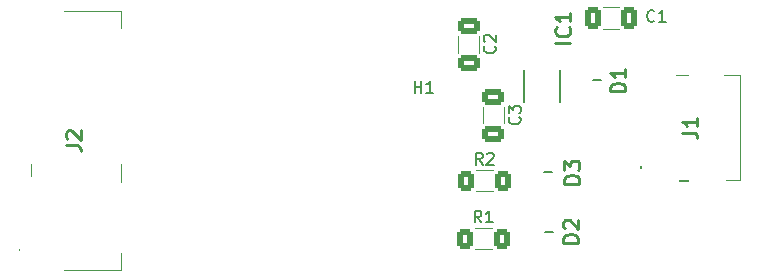
<source format=gbr>
%TF.GenerationSoftware,KiCad,Pcbnew,(6.0.1)*%
%TF.CreationDate,2022-03-02T01:05:40-06:00*%
%TF.ProjectId,m2-USBC-Adapter-Rev2,6d322d55-5342-4432-9d41-646170746572,rev?*%
%TF.SameCoordinates,Original*%
%TF.FileFunction,Legend,Top*%
%TF.FilePolarity,Positive*%
%FSLAX46Y46*%
G04 Gerber Fmt 4.6, Leading zero omitted, Abs format (unit mm)*
G04 Created by KiCad (PCBNEW (6.0.1)) date 2022-03-02 01:05:40*
%MOMM*%
%LPD*%
G01*
G04 APERTURE LIST*
G04 Aperture macros list*
%AMRoundRect*
0 Rectangle with rounded corners*
0 $1 Rounding radius*
0 $2 $3 $4 $5 $6 $7 $8 $9 X,Y pos of 4 corners*
0 Add a 4 corners polygon primitive as box body*
4,1,4,$2,$3,$4,$5,$6,$7,$8,$9,$2,$3,0*
0 Add four circle primitives for the rounded corners*
1,1,$1+$1,$2,$3*
1,1,$1+$1,$4,$5*
1,1,$1+$1,$6,$7*
1,1,$1+$1,$8,$9*
0 Add four rect primitives between the rounded corners*
20,1,$1+$1,$2,$3,$4,$5,0*
20,1,$1+$1,$4,$5,$6,$7,0*
20,1,$1+$1,$6,$7,$8,$9,0*
20,1,$1+$1,$8,$9,$2,$3,0*%
G04 Aperture macros list end*
%ADD10C,0.150000*%
%ADD11C,0.254000*%
%ADD12C,0.120000*%
%ADD13C,0.200000*%
%ADD14C,0.152400*%
%ADD15C,0.100000*%
%ADD16C,5.000000*%
%ADD17RoundRect,0.250000X-0.650000X0.412500X-0.650000X-0.412500X0.650000X-0.412500X0.650000X0.412500X0*%
%ADD18R,1.050000X0.900000*%
%ADD19R,0.457200X1.371600*%
%ADD20RoundRect,0.250000X-0.412500X-0.650000X0.412500X-0.650000X0.412500X0.650000X-0.412500X0.650000X0*%
%ADD21C,1.150000*%
%ADD22C,1.650000*%
%ADD23R,1.550000X0.300000*%
%ADD24R,2.750000X1.200000*%
%ADD25C,0.650000*%
%ADD26R,1.150000X0.300000*%
%ADD27R,2.000000X2.180000*%
%ADD28RoundRect,0.250000X-0.400000X-0.625000X0.400000X-0.625000X0.400000X0.625000X-0.400000X0.625000X0*%
G04 APERTURE END LIST*
D10*
%TO.C,H1*%
X222210250Y-51330224D02*
X222210250Y-50330224D01*
X222210250Y-50806415D02*
X222781678Y-50806415D01*
X222781678Y-51330224D02*
X222781678Y-50330224D01*
X223781678Y-51330224D02*
X223210250Y-51330224D01*
X223495964Y-51330224D02*
X223495964Y-50330224D01*
X223400726Y-50473082D01*
X223305488Y-50568320D01*
X223210250Y-50615939D01*
%TO.C,C3*%
X231079297Y-53382010D02*
X231126916Y-53429629D01*
X231174535Y-53572486D01*
X231174535Y-53667724D01*
X231126916Y-53810582D01*
X231031678Y-53905820D01*
X230936440Y-53953439D01*
X230745964Y-54001058D01*
X230603107Y-54001058D01*
X230412631Y-53953439D01*
X230317393Y-53905820D01*
X230222155Y-53810582D01*
X230174535Y-53667724D01*
X230174535Y-53572486D01*
X230222155Y-53429629D01*
X230269774Y-53382010D01*
X230174535Y-53048677D02*
X230174535Y-52429629D01*
X230555488Y-52762963D01*
X230555488Y-52620105D01*
X230603107Y-52524867D01*
X230650726Y-52477248D01*
X230745964Y-52429629D01*
X230984059Y-52429629D01*
X231079297Y-52477248D01*
X231126916Y-52524867D01*
X231174535Y-52620105D01*
X231174535Y-52905820D01*
X231126916Y-53001058D01*
X231079297Y-53048677D01*
D11*
%TO.C,D2*%
X236046678Y-64015224D02*
X234776678Y-64015224D01*
X234776678Y-63712844D01*
X234837155Y-63531415D01*
X234958107Y-63410463D01*
X235079059Y-63349986D01*
X235320964Y-63289510D01*
X235502393Y-63289510D01*
X235744297Y-63349986D01*
X235865250Y-63410463D01*
X235986202Y-63531415D01*
X236046678Y-63712844D01*
X236046678Y-64015224D01*
X234897631Y-62805701D02*
X234837155Y-62745224D01*
X234776678Y-62624272D01*
X234776678Y-62321891D01*
X234837155Y-62200939D01*
X234897631Y-62140463D01*
X235018583Y-62079986D01*
X235139535Y-62079986D01*
X235320964Y-62140463D01*
X236046678Y-62866177D01*
X236046678Y-62079986D01*
%TO.C,IC1*%
X235380278Y-47105605D02*
X234110278Y-47105605D01*
X235259326Y-45775129D02*
X235319802Y-45835605D01*
X235380278Y-46017034D01*
X235380278Y-46137986D01*
X235319802Y-46319415D01*
X235198850Y-46440367D01*
X235077897Y-46500844D01*
X234835993Y-46561320D01*
X234654564Y-46561320D01*
X234412659Y-46500844D01*
X234291707Y-46440367D01*
X234170755Y-46319415D01*
X234110278Y-46137986D01*
X234110278Y-46017034D01*
X234170755Y-45835605D01*
X234231231Y-45775129D01*
X235380278Y-44565605D02*
X235380278Y-45291320D01*
X235380278Y-44928463D02*
X234110278Y-44928463D01*
X234291707Y-45049415D01*
X234412659Y-45170367D01*
X234473135Y-45291320D01*
D10*
%TO.C,C1*%
X242505488Y-45234986D02*
X242457869Y-45282605D01*
X242315012Y-45330224D01*
X242219774Y-45330224D01*
X242076916Y-45282605D01*
X241981678Y-45187367D01*
X241934059Y-45092129D01*
X241886440Y-44901653D01*
X241886440Y-44758796D01*
X241934059Y-44568320D01*
X241981678Y-44473082D01*
X242076916Y-44377844D01*
X242219774Y-44330224D01*
X242315012Y-44330224D01*
X242457869Y-44377844D01*
X242505488Y-44425463D01*
X243457869Y-45330224D02*
X242886440Y-45330224D01*
X243172155Y-45330224D02*
X243172155Y-44330224D01*
X243076916Y-44473082D01*
X242981678Y-44568320D01*
X242886440Y-44615939D01*
D11*
%TO.C,J2*%
X192686678Y-55791177D02*
X193593821Y-55791177D01*
X193775250Y-55851653D01*
X193896202Y-55972605D01*
X193956678Y-56154034D01*
X193956678Y-56274986D01*
X192807631Y-55246891D02*
X192747155Y-55186415D01*
X192686678Y-55065463D01*
X192686678Y-54763082D01*
X192747155Y-54642129D01*
X192807631Y-54581653D01*
X192928583Y-54521177D01*
X193049535Y-54521177D01*
X193230964Y-54581653D01*
X193956678Y-55307367D01*
X193956678Y-54521177D01*
D10*
%TO.C,C2*%
X228979297Y-47382010D02*
X229026916Y-47429629D01*
X229074535Y-47572486D01*
X229074535Y-47667724D01*
X229026916Y-47810582D01*
X228931678Y-47905820D01*
X228836440Y-47953439D01*
X228645964Y-48001058D01*
X228503107Y-48001058D01*
X228312631Y-47953439D01*
X228217393Y-47905820D01*
X228122155Y-47810582D01*
X228074535Y-47667724D01*
X228074535Y-47572486D01*
X228122155Y-47429629D01*
X228169774Y-47382010D01*
X228169774Y-47001058D02*
X228122155Y-46953439D01*
X228074535Y-46858201D01*
X228074535Y-46620105D01*
X228122155Y-46524867D01*
X228169774Y-46477248D01*
X228265012Y-46429629D01*
X228360250Y-46429629D01*
X228503107Y-46477248D01*
X229074535Y-47048677D01*
X229074535Y-46429629D01*
D11*
%TO.C,D1*%
X240046678Y-51215224D02*
X238776678Y-51215224D01*
X238776678Y-50912844D01*
X238837155Y-50731415D01*
X238958107Y-50610463D01*
X239079059Y-50549986D01*
X239320964Y-50489510D01*
X239502393Y-50489510D01*
X239744297Y-50549986D01*
X239865250Y-50610463D01*
X239986202Y-50731415D01*
X240046678Y-50912844D01*
X240046678Y-51215224D01*
X240046678Y-49279986D02*
X240046678Y-50005701D01*
X240046678Y-49642844D02*
X238776678Y-49642844D01*
X238958107Y-49763796D01*
X239079059Y-49884748D01*
X239139535Y-50005701D01*
%TO.C,D3*%
X236146678Y-59015224D02*
X234876678Y-59015224D01*
X234876678Y-58712844D01*
X234937155Y-58531415D01*
X235058107Y-58410463D01*
X235179059Y-58349986D01*
X235420964Y-58289510D01*
X235602393Y-58289510D01*
X235844297Y-58349986D01*
X235965250Y-58410463D01*
X236086202Y-58531415D01*
X236146678Y-58712844D01*
X236146678Y-59015224D01*
X234876678Y-57866177D02*
X234876678Y-57079986D01*
X235360488Y-57503320D01*
X235360488Y-57321891D01*
X235420964Y-57200939D01*
X235481440Y-57140463D01*
X235602393Y-57079986D01*
X235904774Y-57079986D01*
X236025726Y-57140463D01*
X236086202Y-57200939D01*
X236146678Y-57321891D01*
X236146678Y-57684748D01*
X236086202Y-57805701D01*
X236025726Y-57866177D01*
%TO.C,J1*%
X244877178Y-54701177D02*
X245784321Y-54701177D01*
X245965750Y-54761653D01*
X246086702Y-54882605D01*
X246147178Y-55064034D01*
X246147178Y-55184986D01*
X246147178Y-53431177D02*
X246147178Y-54156891D01*
X246147178Y-53794034D02*
X244877178Y-53794034D01*
X245058607Y-53914986D01*
X245179559Y-54035939D01*
X245240035Y-54156891D01*
D10*
%TO.C,R2*%
X227955488Y-57410224D02*
X227622155Y-56934034D01*
X227384059Y-57410224D02*
X227384059Y-56410224D01*
X227765012Y-56410224D01*
X227860250Y-56457844D01*
X227907869Y-56505463D01*
X227955488Y-56600701D01*
X227955488Y-56743558D01*
X227907869Y-56838796D01*
X227860250Y-56886415D01*
X227765012Y-56934034D01*
X227384059Y-56934034D01*
X228336440Y-56505463D02*
X228384059Y-56457844D01*
X228479297Y-56410224D01*
X228717393Y-56410224D01*
X228812631Y-56457844D01*
X228860250Y-56505463D01*
X228907869Y-56600701D01*
X228907869Y-56695939D01*
X228860250Y-56838796D01*
X228288821Y-57410224D01*
X228907869Y-57410224D01*
%TO.C,R1*%
X227855488Y-62310224D02*
X227522155Y-61834034D01*
X227284059Y-62310224D02*
X227284059Y-61310224D01*
X227665012Y-61310224D01*
X227760250Y-61357844D01*
X227807869Y-61405463D01*
X227855488Y-61500701D01*
X227855488Y-61643558D01*
X227807869Y-61738796D01*
X227760250Y-61786415D01*
X227665012Y-61834034D01*
X227284059Y-61834034D01*
X228807869Y-62310224D02*
X228236440Y-62310224D01*
X228522155Y-62310224D02*
X228522155Y-61310224D01*
X228426916Y-61453082D01*
X228331678Y-61548320D01*
X228236440Y-61595939D01*
D12*
%TO.C,C3*%
X227962155Y-52504092D02*
X227962155Y-53926596D01*
X229782155Y-52504092D02*
X229782155Y-53926596D01*
D13*
%TO.C,D2*%
X233897155Y-63077844D02*
X233247155Y-63077844D01*
D14*
%TO.C,IC1*%
X234500955Y-52139644D02*
X234500955Y-51072844D01*
X234500955Y-50463244D02*
X234500955Y-49396444D01*
X231503755Y-49396444D02*
X231503755Y-52139644D01*
X234500955Y-51072844D02*
X234500955Y-50463244D01*
D12*
%TO.C,C1*%
X238123403Y-45887844D02*
X239545907Y-45887844D01*
X238123403Y-44067844D02*
X239545907Y-44067844D01*
D15*
%TO.C,J2*%
X188733155Y-64667844D02*
X188733155Y-64667844D01*
X189757155Y-58367844D02*
X189757155Y-57367844D01*
X192532155Y-44417844D02*
X197307155Y-44417844D01*
X197307155Y-66317844D02*
X197307155Y-64867844D01*
X197307155Y-58867844D02*
X197307155Y-57367844D01*
X192532155Y-66317844D02*
X197307155Y-66317844D01*
X197307155Y-44417844D02*
X197307155Y-45867844D01*
X188733155Y-64567844D02*
X188733155Y-64567844D01*
X188733155Y-64667844D02*
G75*
G03*
X188732155Y-64567844I-500J50000D01*
G01*
X188733155Y-64567844D02*
G75*
G03*
X188732155Y-64667844I-500J-50000D01*
G01*
D12*
%TO.C,C2*%
X227682155Y-46504092D02*
X227682155Y-47926596D01*
X225862155Y-46504092D02*
X225862155Y-47926596D01*
D13*
%TO.C,D1*%
X237997155Y-50277844D02*
X237347155Y-50277844D01*
%TO.C,D3*%
X233147155Y-58077844D02*
X233797155Y-58077844D01*
D15*
%TO.C,J1*%
X244358655Y-49807844D02*
X245358655Y-49807844D01*
X249785655Y-49807844D02*
X249785655Y-58747844D01*
D13*
X241408655Y-57577844D02*
X241408655Y-57577844D01*
D15*
X245358655Y-49807844D02*
X245358655Y-49807844D01*
X249785655Y-58747844D02*
X249785655Y-58747844D01*
X244358655Y-49807844D02*
X244358655Y-49807844D01*
X249785655Y-49807844D02*
X249785655Y-49807844D01*
X249785655Y-49807844D02*
X248358655Y-49807844D01*
X244608655Y-58747844D02*
X244608655Y-58777844D01*
X248608655Y-58747844D02*
X248608655Y-58747844D01*
X249785655Y-58747844D02*
X249785655Y-58747844D01*
X249785655Y-58747844D02*
X249785655Y-49807844D01*
X248358655Y-49807844D02*
X249785655Y-49807844D01*
X245358655Y-58747844D02*
X244608655Y-58747844D01*
D13*
X241408655Y-57677844D02*
X241408655Y-57677844D01*
D15*
X245358655Y-58777844D02*
X245358655Y-58747844D01*
X245358655Y-49807844D02*
X244358655Y-49807844D01*
D13*
X241408655Y-57677844D02*
X241408655Y-57677844D01*
D15*
X244608655Y-58777844D02*
X245358655Y-58777844D01*
X248358655Y-49807844D02*
X248358655Y-49807844D01*
X248608655Y-58747844D02*
X249785655Y-58747844D01*
X249785655Y-58747844D02*
X248608655Y-58747844D01*
X249785655Y-49807844D02*
X249785655Y-49807844D01*
D13*
X241408655Y-57677844D02*
G75*
G03*
X241408655Y-57577844I0J50000D01*
G01*
X241408655Y-57677844D02*
G75*
G03*
X241408655Y-57577844I0J50000D01*
G01*
X241408655Y-57577844D02*
G75*
G03*
X241408655Y-57677844I0J-50000D01*
G01*
D12*
%TO.C,R2*%
X227395091Y-59687844D02*
X228849219Y-59687844D01*
X227395091Y-57867844D02*
X228849219Y-57867844D01*
%TO.C,R1*%
X227295091Y-62767844D02*
X228749219Y-62767844D01*
X227295091Y-64587844D02*
X228749219Y-64587844D01*
%TD*%
%LPC*%
D16*
%TO.C,H1*%
X222972155Y-54377844D03*
%TD*%
D17*
%TO.C,C3*%
X228872155Y-51652844D03*
X228872155Y-54777844D03*
%TD*%
D18*
%TO.C,D2*%
X233572155Y-62277844D03*
X233572155Y-63877844D03*
%TD*%
D19*
%TO.C,IC1*%
X233967555Y-48558244D03*
X233332555Y-48558244D03*
X232672155Y-48558244D03*
X232037155Y-48558244D03*
X232037155Y-52977844D03*
X232672155Y-52977844D03*
X233332555Y-52977844D03*
X233967555Y-52977844D03*
%TD*%
D20*
%TO.C,C1*%
X237272155Y-44977844D03*
X240397155Y-44977844D03*
%TD*%
D21*
%TO.C,J2*%
X195032155Y-65367844D03*
D22*
X195032155Y-45367844D03*
D23*
X189757155Y-64617844D03*
X197307155Y-64367844D03*
X189757155Y-64117844D03*
X197307155Y-63867844D03*
X189757155Y-63617844D03*
X197307155Y-63367844D03*
X189757155Y-63117844D03*
X197307155Y-62867844D03*
X189757155Y-62617844D03*
X197307155Y-62367844D03*
X189757155Y-62117844D03*
X197307155Y-61867844D03*
X189757155Y-61617844D03*
X197307155Y-61367844D03*
X189757155Y-61117844D03*
X197307155Y-60867844D03*
X189757155Y-60617844D03*
X197307155Y-60367844D03*
X189757155Y-60117844D03*
X197307155Y-59867844D03*
X189757155Y-59617844D03*
X197307155Y-59367844D03*
X189757155Y-59117844D03*
X197307155Y-56867844D03*
X189757155Y-56617844D03*
X197307155Y-56367844D03*
X189757155Y-56117844D03*
X197307155Y-55867844D03*
X189757155Y-55617844D03*
X197307155Y-55367844D03*
X189757155Y-55117844D03*
X197307155Y-54867844D03*
X189757155Y-54617844D03*
X197307155Y-54367844D03*
X189757155Y-54117844D03*
X197307155Y-53867844D03*
X189757155Y-53617844D03*
X197307155Y-53367844D03*
X189757155Y-53117844D03*
X197307155Y-52867844D03*
X189757155Y-52617844D03*
X197307155Y-52367844D03*
X189757155Y-52117844D03*
X197307155Y-51867844D03*
X189757155Y-51617844D03*
X197307155Y-51367844D03*
X189757155Y-51117844D03*
X197307155Y-50867844D03*
X189757155Y-50617844D03*
X197307155Y-50367844D03*
X189757155Y-50117844D03*
X197307155Y-49867844D03*
X189757155Y-49617844D03*
X197307155Y-49367844D03*
X189757155Y-49117844D03*
X197307155Y-48867844D03*
X189757155Y-48617844D03*
X197307155Y-48367844D03*
X189757155Y-48117844D03*
X197307155Y-47867844D03*
X189757155Y-47617844D03*
X197307155Y-47367844D03*
X189757155Y-47117844D03*
X197307155Y-46867844D03*
X189757155Y-46617844D03*
X197307155Y-46367844D03*
X189757155Y-46117844D03*
D24*
X190532155Y-65717844D03*
X190532155Y-45017844D03*
%TD*%
D17*
%TO.C,C2*%
X226772155Y-45652844D03*
X226772155Y-48777844D03*
%TD*%
D18*
%TO.C,D1*%
X237672155Y-49477844D03*
X237672155Y-51077844D03*
%TD*%
%TO.C,D3*%
X233472155Y-58877844D03*
X233472155Y-57277844D03*
%TD*%
D25*
%TO.C,J1*%
X243505655Y-51387844D03*
X243505655Y-57167844D03*
D26*
X242430655Y-57627844D03*
X242430655Y-56827844D03*
X242430655Y-55527844D03*
X242430655Y-54527844D03*
X242430655Y-54027844D03*
X242430655Y-53027844D03*
X242430655Y-51727844D03*
X242430655Y-50927844D03*
X242430655Y-51227844D03*
X242430655Y-52027844D03*
X242430655Y-52527844D03*
X242430655Y-53527844D03*
X242430655Y-55027844D03*
X242430655Y-56027844D03*
X242430655Y-56527844D03*
X242430655Y-57327844D03*
D27*
X246935655Y-59387844D03*
X246935655Y-49167844D03*
X243005655Y-59387844D03*
X243005655Y-49167844D03*
%TD*%
D28*
%TO.C,R2*%
X226572155Y-58777844D03*
X229672155Y-58777844D03*
%TD*%
%TO.C,R1*%
X226472155Y-63677844D03*
X229572155Y-63677844D03*
%TD*%
M02*

</source>
